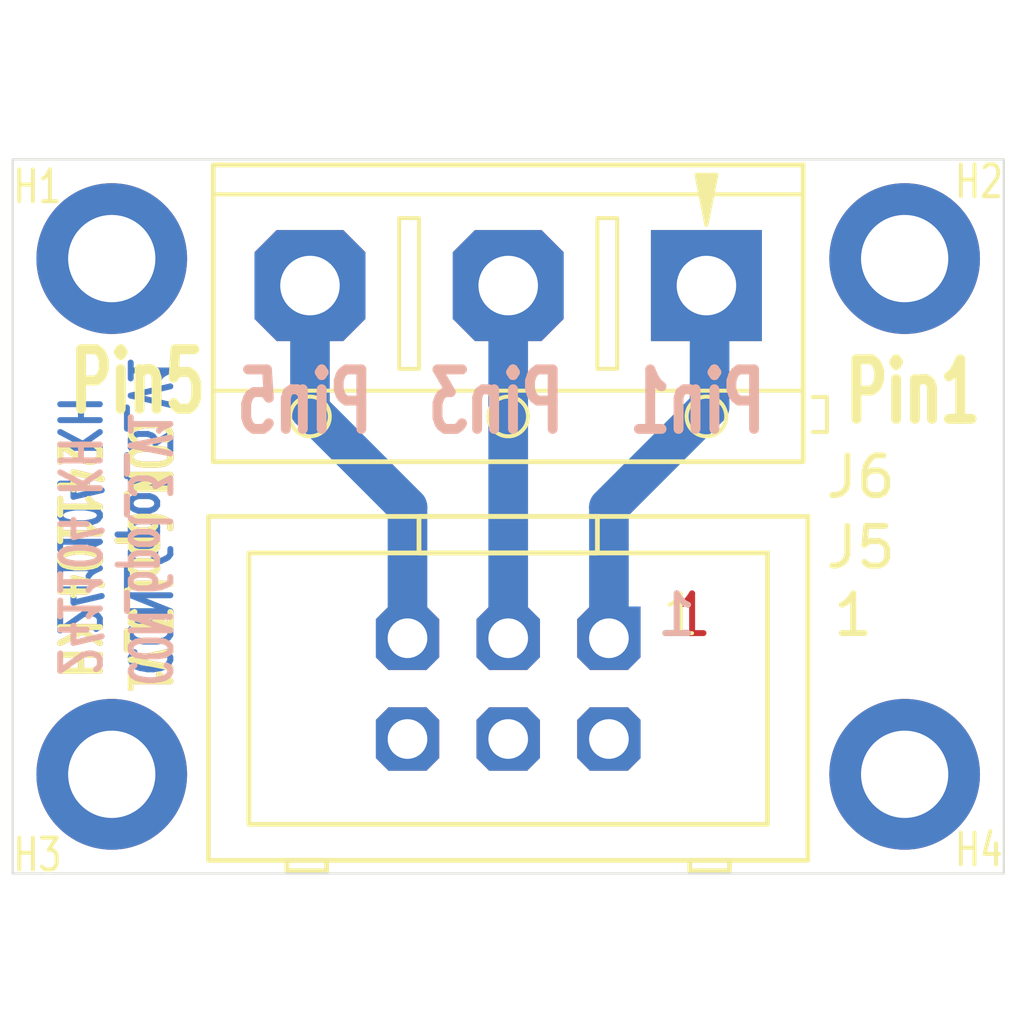
<source format=kicad_pcb>
(kicad_pcb (version 20240108) (generator "pcbnew") (generator_version "8.0")
  (layers (0 "F.Cu" signal) (31 "B.Cu" signal) (34 "B.Paste" user) (35 "F.Paste" user) (36 "B.SilkS" user "B.Silkscreen") (37 "F.SilkS" user "F.Silkscreen") (38 "B.Mask" user) (39 "F.Mask" user) (44 "Edge.Cuts" user))
  (net 0 "")
  (net 1 "/Pin1")
  (net 2 "/Pin3")
  (net 3 "/Pin5")
  (footprint "_kh_library:MountingHole_2.2mm_M2_Pad_TopBottom_kh" (layer "F.Cu") (at 62.07 36.45)
    (property "Reference" "H4" (at 1.875 1.905 0) (layer "F.SilkS") (effects (font (size 0.8 0.6) (thickness 0.1) (bold yes))))
    (property "Value" "MountingHole")
    (pad "1" thru_hole circle (at 0 0) (size 2.6 2.6) (drill 2.2) (layers "*.Cu" "*.Mask"))
    (pad "1" connect circle (at 0 0) (size 3.8 3.8) (layers "F.Cu" "F.Mask"))
    (pad "1" connect circle (at 0 0) (size 3.8 3.8) (layers "B.Cu" "B.Mask"))
  )
  (footprint "_kh_library:MountingHole_2.2mm_M2_Pad_TopBottom_kh" (layer "F.Cu") (at 42.07 36.45)
    (property "Reference" "H3" (at -1.875 2.031 0) (layer "F.SilkS") (effects (font (size 0.8 0.6) (thickness 0.1))))
    (property "Value" "MountingHole")
    (pad "1" thru_hole circle (at 0 0) (size 2.6 2.6) (drill 2.2) (layers "*.Cu" "*.Mask"))
    (pad "1" connect circle (at 0 0) (size 3.8 3.8) (layers "F.Cu" "F.Mask"))
    (pad "1" connect circle (at 0 0) (size 3.8 3.8) (layers "B.Cu" "B.Mask"))
  )
  (footprint "_kh_library:Box_02x03_P2.54mm_Vertical_kh" (layer "F.Cu") (at 54.61 33.02 180)
    (property "Reference" "J5" (at -6.35 2.286 360) (layer "F.SilkS"))
    (property "Value" "Box_02x03_P2.54_Vertical")
    (fp_rect (start 7.12 -5.6) (end 8.12 -5.86) (stroke (width 0.12)) (fill none) (layer "F.SilkS"))
    (fp_rect (start 0.29 3.07) (end 4.79 2.15) (stroke (width 0.12)) (fill none) (layer "F.SilkS"))
    (fp_rect (start -3.04 -5.6) (end -2.04 -5.86) (stroke (width 0.12)) (fill none) (layer "F.SilkS"))
    (fp_rect (start -4 2.15) (end 9.08 -4.69) (stroke (width 0.12)) (fill none) (layer "F.SilkS"))
    (fp_rect (start -5.02 3.07) (end 10.1 -5.6) (stroke (width 0.12)) (fill none) (layer "F.SilkS"))
    (fp_text user "1" (at -1.27 0 0) (layer "F.SilkS") (effects (font (thickness 0.1)) (justify left bottom)))
    (pad "1" thru_hole roundrect (at 0 0 180) (size 1.6 1.6) (drill 1) (layers "*.Cu" "*.Mask") (roundrect_rratio 0) (chamfer_ratio 0.2) (chamfer top_left top_right bottom_right) (net 1 "/Pin1"))
    (pad "2" thru_hole roundrect (at 0 -2.54 180) (size 1.6 1.6) (drill 1) (layers "*.Cu" "*.Mask") (roundrect_rratio 0) (chamfer_ratio 0.2) (chamfer top_left top_right bottom_left bottom_right))
    (pad "3" thru_hole roundrect (at 2.54 0 180) (size 1.6 1.6) (drill 1) (layers "*.Cu" "*.Mask") (roundrect_rratio 0) (chamfer_ratio 0.2) (chamfer top_left top_right bottom_left bottom_right) (net 2 "/Pin3"))
    (pad "4" thru_hole roundrect (at 2.54 -2.54 180) (size 1.6 1.6) (drill 1) (layers "*.Cu" "*.Mask") (roundrect_rratio 0) (chamfer_ratio 0.2) (chamfer top_left top_right bottom_left bottom_right))
    (pad "5" thru_hole roundrect (at 5.08 0 180) (size 1.6 1.6) (drill 1) (layers "*.Cu" "*.Mask") (roundrect_rratio 0) (chamfer_ratio 0.2) (chamfer top_left top_right bottom_left bottom_right) (net 3 "/Pin5"))
    (pad "6" thru_hole roundrect (at 5.08 -2.54 180) (size 1.6 1.6) (drill 1) (layers "*.Cu" "*.Mask") (roundrect_rratio 0) (chamfer_ratio 0.2) (chamfer top_left top_right bottom_left bottom_right))
  )
  (footprint "_kh_library:MountingHole_2.2mm_M2_Pad_TopBottom_kh" (layer "F.Cu") (at 42.07 23.45)
    (property "Reference" "H1" (at -1.875 -1.812 0) (layer "F.SilkS") (effects (font (size 0.8 0.6) (thickness 0.1))))
    (property "Value" "MountingHole")
    (pad "1" thru_hole circle (at 0 0) (size 2.6 2.6) (drill 2.2) (layers "*.Cu" "*.Mask"))
    (pad "1" connect circle (at 0 0) (size 3.8 3.8) (layers "F.Cu" "F.Mask"))
    (pad "1" connect circle (at 0 0) (size 3.8 3.8) (layers "B.Cu" "B.Mask"))
  )
  (footprint "_kh_library:Screw_Terminal_01x03_P5" (layer "F.Cu") (at 57.07 24.13 -90)
    (property "Reference" "J6" (at 4.826 -3.89 360) (layer "F.SilkS"))
    (property "Value" "Screw_Terminal_01x03_P5")
    (fp_line (start -2.3 -2.44) (end -2.3 12.44) (stroke (width 0.1)) (layer "F.SilkS"))
    (fp_line (start 2.65 -2.44) (end 2.65 12.44) (stroke (width 0.1)) (layer "F.SilkS"))
    (fp_line (start 2.81 -3.04) (end 2.81 -2.68) (stroke (width 0.1)) (layer "F.SilkS"))
    (fp_line (start 2.81 -3.04) (end 3.69 -3.04) (stroke (width 0.1)) (layer "F.SilkS"))
    (fp_line (start 3.69 -3.04) (end 3.69 -2.68) (stroke (width 0.1)) (layer "F.SilkS"))
    (fp_rect (start -1.7 7.25) (end 2.1 7.75) (stroke (width 0.1)) (fill none) (layer "F.SilkS"))
    (fp_rect (start -1.7 2.25) (end 2.1 2.75) (stroke (width 0.1)) (fill none) (layer "F.SilkS"))
    (fp_rect (start -3.04 -2.44) (end 4.44 12.44) (stroke (width 0.12)) (fill none) (layer "F.SilkS"))
    (fp_circle (center 3.3 10) (end 3.8 10) (stroke (width 0.1)) (fill none) (layer "F.SilkS"))
    (fp_circle (center 3.3 5) (end 3.8 5) (stroke (width 0.1)) (fill none) (layer "F.SilkS"))
    (fp_circle (center 3.3 0) (end 3.8 0) (stroke (width 0.1)) (fill none) (layer "F.SilkS"))
    (fp_poly (pts (xy -2.794 -0.254) (xy -1.524 0) (xy -2.794 0.254)) (stroke (width 0.1)) (fill solid) (layer "F.SilkS"))
    (pad "1" thru_hole rect (at 0 0 270) (size 2.8 2.8) (drill 1.5) (layers "*.Cu" "*.Mask") (net 1 "/Pin1"))
    (pad "2" thru_hole roundrect (at 0 5 270) (size 2.8 2.8) (drill 1.5) (layers "*.Cu" "*.Mask") (roundrect_rratio 0) (chamfer_ratio 0.2) (chamfer top_left top_right bottom_left bottom_right) (net 2 "/Pin3"))
    (pad "3" thru_hole roundrect (at 0 10 270) (size 2.8 2.8) (drill 1.5) (layers "*.Cu" "*.Mask") (roundrect_rratio 0) (chamfer_ratio 0.2) (chamfer top_left top_right bottom_left bottom_right) (net 3 "/Pin5"))
  )
  (footprint "_kh_library:MountingHole_2.2mm_M2_Pad_TopBottom_kh" (layer "F.Cu") (at 62.07 23.45)
    (property "Reference" "H2" (at 1.875 -1.939 0) (layer "F.SilkS") (effects (font (size 0.8 0.6) (thickness 0.1) (bold yes))))
    (property "Value" "MountingHole")
    (pad "1" thru_hole circle (at 0 0) (size 2.6 2.6) (drill 2.2) (layers "*.Cu" "*.Mask"))
    (pad "1" connect circle (at 0 0) (size 3.8 3.8) (layers "F.Cu" "F.Mask"))
    (pad "1" connect circle (at 0 0) (size 3.8 3.8) (layers "B.Cu" "B.Mask"))
  )
  (gr_rect (start 39.57 20.95) (end 64.57 38.95) (stroke (width 0.05)) (fill none) (layer "Edge.Cuts"))
  (gr_text "241104 KH" (at 40.64 27.94 270) (layer "F.Cu") (effects (font (size 1 0.7) (thickness 0.15) (bold yes)) (justify left bottom)))
  (gr_text "1" (at 56.134 33.02 0) (layer "F.Cu") (effects (font (size 1 1) (thickness 0.15) (bold yes)) (justify left bottom)))
  (gr_text "CON_6pol_3_V1" (at 42.418 27.432 270) (layer "F.Cu") (effects (font (size 1 0.6) (thickness 0.15) (bold yes)) (justify left bottom)))
  (gr_text "1" (at 56.896 33.02 0) (layer "B.Cu") (effects (font (size 1 1) (thickness 0.15) (bold yes)) (justify left bottom mirror)))
  (gr_text "241104 KH" (at 40.64 33.02 270) (layer "B.Cu") (effects (font (size 1 0.7) (thickness 0.15) (bold yes)) (justify left bottom mirror)))
  (gr_text "CON_6pol_3_V1" (at 42.418 34.036 270) (layer "B.Cu") (effects (font (size 1 0.7) (thickness 0.15) (bold yes)) (justify left bottom mirror)))
  (gr_text "Pin1" (at 58.674 27.94 0) (layer "B.SilkS") (effects (font (size 1.5 1) (thickness 0.25) (bold yes)) (justify left bottom mirror)))
  (gr_text "CON_6pol_3_V1" (at 42.418 34.29 270) (layer "B.SilkS") (effects (font (size 1 0.6) (thickness 0.15) (bold yes)) (justify left bottom mirror)))
  (gr_text "Pin5" (at 48.768 27.94 0) (layer "B.SilkS") (effects (font (size 1.5 1) (thickness 0.25) (bold yes)) (justify left bottom mirror)))
  (gr_text "1" (at 56.896 33.02 0) (layer "B.SilkS") (effects (font (size 1 1) (thickness 0.15) (bold yes)) (justify left bottom mirror)))
  (gr_text "Pin3" (at 53.594 27.94 0) (layer "B.SilkS") (effects (font (size 1.5 1) (thickness 0.25) (bold yes)) (justify left bottom mirror)))
  (gr_text "241104 KH" (at 40.64 34.036 270) (layer "B.SilkS") (effects (font (size 1 0.7) (thickness 0.15) (bold yes)) (justify left bottom mirror)))
  (gr_text "Pin1" (at 60.452 27.686 0) (layer "F.SilkS") (effects (font (size 1.5 1) (thickness 0.25) (bold yes)) (justify left bottom)))
  (gr_text "1" (at 60.198 33.02 0) (layer "F.SilkS") (effects (font (size 1 1) (thickness 0.15) (bold yes)) (justify left bottom)))
  (gr_text "CON_6pol_3_V1" (at 42.418 27.432 270) (layer "F.SilkS") (effects (font (size 1 0.6) (thickness 0.15) (bold yes)) (justify left bottom)))
  (gr_text "Pin5" (at 40.894 27.432 0) (layer "F.SilkS") (effects (font (size 1.5 1) (thickness 0.25) (bold yes)) (justify left bottom)))
  (gr_text "241104 KH" (at 40.64 27.94 270) (layer "F.SilkS") (effects (font (size 1 0.7) (thickness 0.15) (bold yes)) (justify left bottom)))
  (segment (start 57.15 27.178) (end 57.15 24.21) (width 1) (layer "B.Cu") (net 1))
  (segment (start 54.61 33.02) (end 54.61 29.718) (width 1) (layer "B.Cu") (net 1))
  (segment (start 54.61 29.718) (end 57.15 27.178) (width 1) (layer "B.Cu") (net 1))
  (segment (start 52.07 33.02) (end 52.07 24.13) (width 1) (layer "B.Cu") (net 2))
  (segment (start 49.53 33.02) (end 49.53 29.718) (width 1) (layer "B.Cu") (net 3))
  (segment (start 49.53 29.718) (end 47.07 27.258) (width 1) (layer "B.Cu") (net 3))
  (segment (start 47.07 27.258) (end 47.07 24.13) (width 1) (layer "B.Cu") (net 3))
)
</source>
